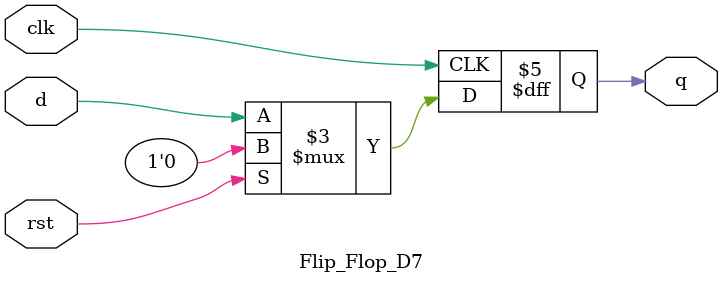
<source format=v>
`timescale 1ns / 1ps
module Flip_Flop_D7(
    input clk,
    input d,
    input rst,
    output reg q
    );

	 always @(posedge clk)
	 if (rst) 
	 q <= 0;
	 else
	 q <= d;


endmodule

</source>
